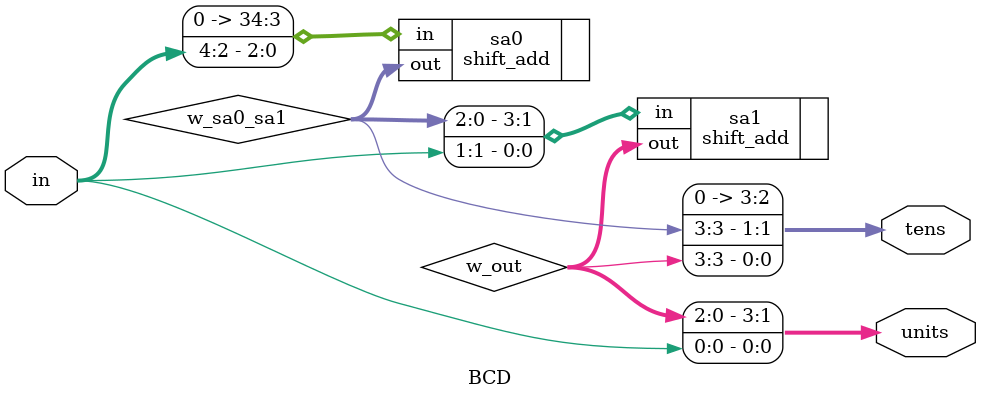
<source format=v>
`timescale 1ns / 1ps
module BCD(
    input [4:0] in,
    output [3:0] units,
    output [3:0] tens
    );
	 
	 wire [3:0] w_sa0_sa1, w_out;
	 
	 shift_add sa0 (
		.in({0, in[4:2]}),
		.out(w_sa0_sa1)
	 );
	 
	 shift_add sa1 (
		.in({w_sa0_sa1[2:0], in[1]}),
		.out(w_out)
	 );
	 
	 assign units = {w_out[2:0], in[0]};
	 assign tens = {2'b00, w_sa0_sa1[3], w_out[3]};

endmodule

</source>
